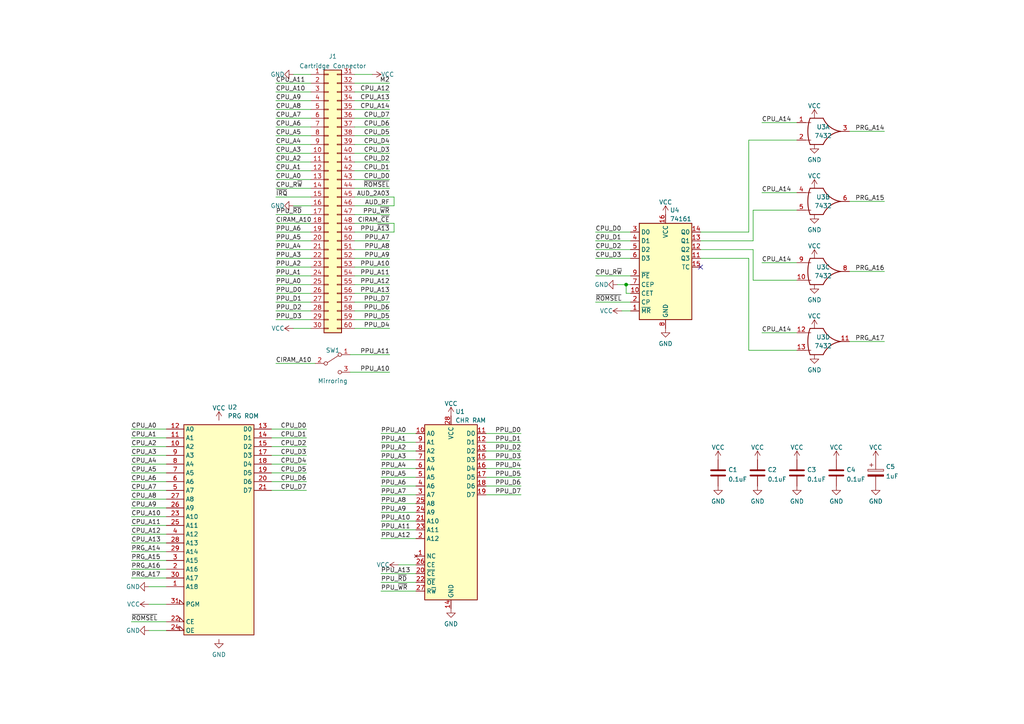
<source format=kicad_sch>
(kicad_sch (version 20211123) (generator eeschema)
  (paper "A4")
  (title_block (title "UNROM/UOROM Board") (date "2022-05-10") (rev "0.0.2") (company "Persune") (comment 1 "Designed for FC"))
  (lib_symbols
    (symbol "Connector_Generic:Conn_02x30_Top_Bottom" (pin_names (offset 1.016) hide)
      (property "Reference" "J" (at 1.27 38.1 0))
      (property "Value" "Conn_02x30_Top_Bottom" (at 1.27 -40.64 0))
      (symbol "Conn_02x30_Top_Bottom_1_1"
        (rectangle (start -1.27 -37.973) (end 0 -38.227) (stroke (width 0.1524)))
        (rectangle (start -1.27 -35.433) (end 0 -35.687) (stroke (width 0.1524)))
        (rectangle (start -1.27 -32.893) (end 0 -33.147) (stroke (width 0.1524)))
        (rectangle (start -1.27 -30.353) (end 0 -30.607) (stroke (width 0.1524)))
        (rectangle (start -1.27 -27.813) (end 0 -28.067) (stroke (width 0.1524)))
        (rectangle (start -1.27 -25.273) (end 0 -25.527) (stroke (width 0.1524)))
        (rectangle (start -1.27 -22.733) (end 0 -22.987) (stroke (width 0.1524)))
        (rectangle (start -1.27 -20.193) (end 0 -20.447) (stroke (width 0.1524)))
        (rectangle (start -1.27 -17.653) (end 0 -17.907) (stroke (width 0.1524)))
        (rectangle (start -1.27 -15.113) (end 0 -15.367) (stroke (width 0.1524)))
        (rectangle (start -1.27 -12.573) (end 0 -12.827) (stroke (width 0.1524)))
        (rectangle (start -1.27 -10.033) (end 0 -10.287) (stroke (width 0.1524)))
        (rectangle (start -1.27 -7.493) (end 0 -7.747) (stroke (width 0.1524)))
        (rectangle (start -1.27 -4.953) (end 0 -5.207) (stroke (width 0.1524)))
        (rectangle (start -1.27 -2.413) (end 0 -2.667) (stroke (width 0.1524)))
        (rectangle (start -1.27 0.127) (end 0 -0.127) (stroke (width 0.1524)))
        (rectangle (start -1.27 2.667) (end 0 2.413) (stroke (width 0.1524)))
        (rectangle (start -1.27 5.207) (end 0 4.953) (stroke (width 0.1524)))
        (rectangle (start -1.27 7.747) (end 0 7.493) (stroke (width 0.1524)))
        (rectangle (start -1.27 10.287) (end 0 10.033) (stroke (width 0.1524)))
        (rectangle (start -1.27 12.827) (end 0 12.573) (stroke (width 0.1524)))
        (rectangle (start -1.27 15.367) (end 0 15.113) (stroke (width 0.1524)))
        (rectangle (start -1.27 17.907) (end 0 17.653) (stroke (width 0.1524)))
        (rectangle (start -1.27 20.447) (end 0 20.193) (stroke (width 0.1524)))
        (rectangle (start -1.27 22.987) (end 0 22.733) (stroke (width 0.1524)))
        (rectangle (start -1.27 25.527) (end 0 25.273) (stroke (width 0.1524)))
        (rectangle (start -1.27 28.067) (end 0 27.813) (stroke (width 0.1524)))
        (rectangle (start -1.27 30.607) (end 0 30.353) (stroke (width 0.1524)))
        (rectangle (start -1.27 33.147) (end 0 32.893) (stroke (width 0.1524)))
        (rectangle (start -1.27 35.687) (end 0 35.433) (stroke (width 0.1524)))
        (rectangle (start -1.27 36.83) (end 3.81 -39.37) (stroke (width 0.254)) (fill (type background)))
        (rectangle (start 3.81 -37.973) (end 2.54 -38.227) (stroke (width 0.1524)))
        (rectangle (start 3.81 -35.433) (end 2.54 -35.687) (stroke (width 0.1524)))
        (rectangle (start 3.81 -32.893) (end 2.54 -33.147) (stroke (width 0.1524)))
        (rectangle (start 3.81 -30.353) (end 2.54 -30.607) (stroke (width 0.1524)))
        (rectangle (start 3.81 -27.813) (end 2.54 -28.067) (stroke (width 0.1524)))
        (rectangle (start 3.81 -25.273) (end 2.54 -25.527) (stroke (width 0.1524)))
        (rectangle (start 3.81 -22.733) (end 2.54 -22.987) (stroke (width 0.1524)))
        (rectangle (start 3.81 -20.193) (end 2.54 -20.447) (stroke (width 0.1524)))
        (rectangle (start 3.81 -17.653) (end 2.54 -17.907) (stroke (width 0.1524)))
        (rectangle (start 3.81 -15.113) (end 2.54 -15.367) (stroke (width 0.1524)))
        (rectangle (start 3.81 -12.573) (end 2.54 -12.827) (stroke (width 0.1524)))
        (rectangle (start 3.81 -10.033) (end 2.54 -10.287) (stroke (width 0.1524)))
        (rectangle (start 3.81 -7.493) (end 2.54 -7.747) (stroke (width 0.1524)))
        (rectangle (start 3.81 -4.953) (end 2.54 -5.207) (stroke (width 0.1524)))
        (rectangle (start 3.81 -2.413) (end 2.54 -2.667) (stroke (width 0.1524)))
        (rectangle (start 3.81 0.127) (end 2.54 -0.127) (stroke (width 0.1524)))
        (rectangle (start 3.81 2.667) (end 2.54 2.413) (stroke (width 0.1524)))
        (rectangle (start 3.81 5.207) (end 2.54 4.953) (stroke (width 0.1524)))
        (rectangle (start 3.81 7.747) (end 2.54 7.493) (stroke (width 0.1524)))
        (rectangle (start 3.81 10.287) (end 2.54 10.033) (stroke (width 0.1524)))
        (rectangle (start 3.81 12.827) (end 2.54 12.573) (stroke (width 0.1524)))
        (rectangle (start 3.81 15.367) (end 2.54 15.113) (stroke (width 0.1524)))
        (rectangle (start 3.81 17.907) (end 2.54 17.653) (stroke (width 0.1524)))
        (rectangle (start 3.81 20.447) (end 2.54 20.193) (stroke (width 0.1524)))
        (rectangle (start 3.81 22.987) (end 2.54 22.733) (stroke (width 0.1524)))
        (rectangle (start 3.81 25.527) (end 2.54 25.273) (stroke (width 0.1524)))
        (rectangle (start 3.81 28.067) (end 2.54 27.813) (stroke (width 0.1524)))
        (rectangle (start 3.81 30.607) (end 2.54 30.353) (stroke (width 0.1524)))
        (rectangle (start 3.81 33.147) (end 2.54 32.893) (stroke (width 0.1524)))
        (rectangle (start 3.81 35.687) (end 2.54 35.433) (stroke (width 0.1524)))
        (pin passive line (at -5.08 35.56 0) (length 3.81) (name "Pin_1") (number "1"))
        (pin passive line (at -5.08 12.7 0) (length 3.81) (name "Pin_10") (number "10"))
        (pin passive line (at -5.08 10.16 0) (length 3.81) (name "Pin_11") (number "11"))
        (pin passive line (at -5.08 7.62 0) (length 3.81) (name "Pin_12") (number "12"))
        (pin passive line (at -5.08 5.08 0) (length 3.81) (name "Pin_13") (number "13"))
        (pin passive line (at -5.08 2.54 0) (length 3.81) (name "Pin_14") (number "14"))
        (pin passive line (at -5.08 0 0) (length 3.81) (name "Pin_15") (number "15"))
        (pin passive line (at -5.08 -2.54 0) (length 3.81) (name "Pin_16") (number "16"))
        (pin passive line (at -5.08 -5.08 0) (length 3.81) (name "Pin_17") (number "17"))
        (pin passive line (at -5.08 -7.62 0) (length 3.81) (name "Pin_18") (number "18"))
        (pin passive line (at -5.08 -10.16 0) (length 3.81) (name "Pin_19") (number "19"))
        (pin passive line (at -5.08 33.02 0) (length 3.81) (name "Pin_2") (number "2"))
        (pin passive line (at -5.08 -12.7 0) (length 3.81) (name "Pin_20") (number "20"))
        (pin passive line (at -5.08 -15.24 0) (length 3.81) (name "Pin_21") (number "21"))
        (pin passive line (at -5.08 -17.78 0) (length 3.81) (name "Pin_22") (number "22"))
        (pin passive line (at -5.08 -20.32 0) (length 3.81) (name "Pin_23") (number "23"))
        (pin passive line (at -5.08 -22.86 0) (length 3.81) (name "Pin_24") (number "24"))
        (pin passive line (at -5.08 -25.4 0) (length 3.81) (name "Pin_25") (number "25"))
        (pin passive line (at -5.08 -27.94 0) (length 3.81) (name "Pin_26") (number "26"))
        (pin passive line (at -5.08 -30.48 0) (length 3.81) (name "Pin_27") (number "27"))
        (pin passive line (at -5.08 -33.02 0) (length 3.81) (name "Pin_28") (number "28"))
        (pin passive line (at -5.08 -35.56 0) (length 3.81) (name "Pin_29") (number "29"))
        (pin passive line (at -5.08 30.48 0) (length 3.81) (name "Pin_3") (number "3"))
        (pin passive line (at -5.08 -38.1 0) (length 3.81) (name "Pin_30") (number "30"))
        (pin passive line (at 7.62 35.56 180) (length 3.81) (name "Pin_31") (number "31"))
        (pin passive line (at 7.62 33.02 180) (length 3.81) (name "Pin_32") (number "32"))
        (pin passive line (at 7.62 30.48 180) (length 3.81) (name "Pin_33") (number "33"))
        (pin passive line (at 7.62 27.94 180) (length 3.81) (name "Pin_34") (number "34"))
        (pin passive line (at 7.62 25.4 180) (length 3.81) (name "Pin_35") (number "35"))
        (pin passive line (at 7.62 22.86 180) (length 3.81) (name "Pin_36") (number "36"))
        (pin passive line (at 7.62 20.32 180) (length 3.81) (name "Pin_37") (number "37"))
        (pin passive line (at 7.62 17.78 180) (length 3.81) (name "Pin_38") (number "38"))
        (pin passive line (at 7.62 15.24 180) (length 3.81) (name "Pin_39") (number "39"))
        (pin passive line (at -5.08 27.94 0) (length 3.81) (name "Pin_4") (number "4"))
        (pin passive line (at 7.62 12.7 180) (length 3.81) (name "Pin_40") (number "40"))
        (pin passive line (at 7.62 10.16 180) (length 3.81) (name "Pin_41") (number "41"))
        (pin passive line (at 7.62 7.62 180) (length 3.81) (name "Pin_42") (number "42"))
        (pin passive line (at 7.62 5.08 180) (length 3.81) (name "Pin_43") (number "43"))
        (pin passive line (at 7.62 2.54 180) (length 3.81) (name "Pin_44") (number "44"))
        (pin passive line (at 7.62 0 180) (length 3.81) (name "Pin_45") (number "45"))
        (pin passive line (at 7.62 -2.54 180) (length 3.81) (name "Pin_46") (number "46"))
        (pin passive line (at 7.62 -5.08 180) (length 3.81) (name "Pin_47") (number "47"))
        (pin passive line (at 7.62 -7.62 180) (length 3.81) (name "Pin_48") (number "48"))
        (pin passive line (at 7.62 -10.16 180) (length 3.81) (name "Pin_49") (number "49"))
        (pin passive line (at -5.08 25.4 0) (length 3.81) (name "Pin_5") (number "5"))
        (pin passive line (at 7.62 -12.7 180) (length 3.81) (name "Pin_50") (number "50"))
        (pin passive line (at 7.62 -15.24 180) (length 3.81) (name "Pin_51") (number "51"))
        (pin passive line (at 7.62 -17.78 180) (length 3.81) (name "Pin_52") (number "52"))
        (pin passive line (at 7.62 -20.32 180) (length 3.81) (name "Pin_53") (number "53"))
        (pin passive line (at 7.62 -22.86 180) (length 3.81) (name "Pin_54") (number "54"))
        (pin passive line (at 7.62 -25.4 180) (length 3.81) (name "Pin_55") (number "55"))
        (pin passive line (at 7.62 -27.94 180) (length 3.81) (name "Pin_56") (number "56"))
        (pin passive line (at 7.62 -30.48 180) (length 3.81) (name "Pin_57") (number "57"))
        (pin passive line (at 7.62 -33.02 180) (length 3.81) (name "Pin_58") (number "58"))
        (pin passive line (at 7.62 -35.56 180) (length 3.81) (name "Pin_59") (number "59"))
        (pin passive line (at -5.08 22.86 0) (length 3.81) (name "Pin_6") (number "6"))
        (pin passive line (at 7.62 -38.1 180) (length 3.81) (name "Pin_60") (number "60"))
        (pin passive line (at -5.08 20.32 0) (length 3.81) (name "Pin_7") (number "7"))
        (pin passive line (at -5.08 17.78 0) (length 3.81) (name "Pin_8") (number "8"))
        (pin passive line (at -5.08 15.24 0) (length 3.81) (name "Pin_9") (number "9"))
      )
    )
    (symbol "Device:C" (pin_numbers hide) (pin_names (offset 0.254))
      (property "Reference" "C" (at 0.635 2.54 0))
      (property "Value" "C" (at 0.635 -2.54 0))
      (symbol "C_0_1"
        (polyline (pts (xy -2.032 -0.762) (xy 2.032 -0.762)) (stroke (width 0.508)))
        (polyline (pts (xy -2.032 0.762) (xy 2.032 0.762)) (stroke (width 0.508)))
      )
      (symbol "C_1_1"
        (pin passive line (at 0 3.81 270) (length 2.794) (name "~") (number "1"))
        (pin passive line (at 0 -3.81 90) (length 2.794) (name "~") (number "2"))
      )
    )
    (symbol "Device:C_Polarized" (pin_numbers hide) (pin_names (offset 0.254))
      (property "Reference" "C" (at 0.635 2.54 0))
      (property "Value" "C_Polarized" (at 0.635 -2.54 0))
      (symbol "C_Polarized_0_1"
        (rectangle (start -2.286 0.508) (end 2.286 1.016))
        (polyline (pts (xy -1.778 2.286) (xy -0.762 2.286)))
        (polyline (pts (xy -1.27 2.794) (xy -1.27 1.778)))
        (rectangle (start 2.286 -0.508) (end -2.286 -1.016) (fill (type outline)))
      )
      (symbol "C_Polarized_1_1"
        (pin passive line (at 0 3.81 270) (length 2.794) (name "~") (number "1"))
        (pin passive line (at 0 -3.81 90) (length 2.794) (name "~") (number "2"))
      )
    )
    (symbol "Memory_Flash:SST39SF040"
      (property "Reference" "U" (at 2.54 33.02 0))
      (property "Value" "SST39SF040" (at 0 -30.48 0))
      (symbol "SST39SF040_0_0"
        (pin power_in line (at 0 -30.48 90) (length 1.27) hide (name "GND") (number "16"))
        (pin power_in line (at 0 33.02 270) (length 1.27) hide (name "VCC") (number "32"))
      )
      (symbol "SST39SF040_0_1"
        (rectangle (start -10.16 31.75) (end 10.16 -29.21) (stroke (width 0.254)) (fill (type background)))
      )
      (symbol "SST39SF040_1_1"
        (pin input line (at -15.24 -15.24 0) (length 5.08) (name "A18") (number "1"))
        (pin input line (at -15.24 25.4 0) (length 5.08) (name "A2") (number "10"))
        (pin input line (at -15.24 27.94 0) (length 5.08) (name "A1") (number "11"))
        (pin input line (at -15.24 30.48 0) (length 5.08) (name "A0") (number "12"))
        (pin tri_state line (at 15.24 30.48 180) (length 5.08) (name "D0") (number "13"))
        (pin tri_state line (at 15.24 27.94 180) (length 5.08) (name "D1") (number "14"))
        (pin tri_state line (at 15.24 25.4 180) (length 5.08) (name "D2") (number "15"))
        (pin tri_state line (at 15.24 22.86 180) (length 5.08) (name "D3") (number "17"))
        (pin tri_state line (at 15.24 20.32 180) (length 5.08) (name "D4") (number "18"))
        (pin tri_state line (at 15.24 17.78 180) (length 5.08) (name "D5") (number "19"))
        (pin input line (at -15.24 -10.16 0) (length 5.08) (name "A16") (number "2"))
        (pin tri_state line (at 15.24 15.24 180) (length 5.08) (name "D6") (number "20"))
        (pin tri_state line (at 15.24 12.7 180) (length 5.08) (name "D7") (number "21"))
        (pin input input_low (at -15.24 -25.4 0) (length 5.08) (name "CE") (number "22"))
        (pin input line (at -15.24 5.08 0) (length 5.08) (name "A10") (number "23"))
        (pin input input_low (at -15.24 -27.94 0) (length 5.08) (name "OE") (number "24"))
        (pin input line (at -15.24 2.54 0) (length 5.08) (name "A11") (number "25"))
        (pin input line (at -15.24 7.62 0) (length 5.08) (name "A9") (number "26"))
        (pin input line (at -15.24 10.16 0) (length 5.08) (name "A8") (number "27"))
        (pin input line (at -15.24 -2.54 0) (length 5.08) (name "A13") (number "28"))
        (pin input line (at -15.24 -5.08 0) (length 5.08) (name "A14") (number "29"))
        (pin input line (at -15.24 -7.62 0) (length 5.08) (name "A15") (number "3"))
        (pin input line (at -15.24 -12.7 0) (length 5.08) (name "A17") (number "30"))
        (pin input input_low (at -15.24 -20.32 0) (length 5.08) (name "PGM") (number "31"))
        (pin input line (at -15.24 0 0) (length 5.08) (name "A12") (number "4"))
        (pin input line (at -15.24 12.7 0) (length 5.08) (name "A7") (number "5"))
        (pin input line (at -15.24 15.24 0) (length 5.08) (name "A6") (number "6"))
        (pin input line (at -15.24 17.78 0) (length 5.08) (name "A5") (number "7"))
        (pin input line (at -15.24 20.32 0) (length 5.08) (name "A4") (number "8"))
        (pin input line (at -15.24 22.86 0) (length 5.08) (name "A3") (number "9"))
      )
    )
    (symbol "Switch:SW_SPDT" (pin_names (offset 0) hide)
      (property "Reference" "SW" (at 0 4.318 0))
      (property "Value" "SW_SPDT" (at 0 -5.08 0))
      (symbol "SW_SPDT_0_0"
        (circle (center -2.032 0) (radius 0.508))
        (circle (center 2.032 -2.54) (radius 0.508))
      )
      (symbol "SW_SPDT_0_1"
        (polyline (pts (xy -1.524 0.254) (xy 1.651 2.286)))
        (circle (center 2.032 2.54) (radius 0.508))
      )
      (symbol "SW_SPDT_1_1"
        (pin passive line (at 5.08 2.54 180) (length 2.54) (name "A") (number "1"))
        (pin passive line (at -5.08 0 0) (length 2.54) (name "B") (number "2"))
        (pin passive line (at 5.08 -2.54 180) (length 2.54) (name "C") (number "3"))
      )
    )
    (symbol "power:GND" (power) (pin_names (offset 0))
      (property "Value" "GND" (at 0 -3.81 0))
      (symbol "GND_0_1"
        (polyline (pts (xy 0 0) (xy 0 -1.27) (xy 1.27 -1.27) (xy 0 -2.54) (xy -1.27 -1.27) (xy 0 -1.27)))
      )
      (symbol "GND_1_1"
        (pin power_in line (at 0 0 270) (length 0) hide (name "GND") (number "1"))
      )
    )
    (symbol "power:VCC" (power) (pin_names (offset 0))
      (property "Value" "VCC" (at 0 3.81 0))
      (symbol "VCC_0_1"
        (polyline (pts (xy -0.762 1.27) (xy 0 2.54)))
        (polyline (pts (xy 0 0) (xy 0 2.54)))
        (polyline (pts (xy 0 2.54) (xy 0.762 1.27)))
      )
      (symbol "VCC_1_1"
        (pin power_in line (at 0 0 90) (length 0) hide (name "VCC") (number "1"))
      )
    )
    (symbol "unrom-board:6264"
      (property "Reference" "U" (at 1.27 29.21 0))
      (property "Value" "6264" (at 1.27 26.67 0))
      (symbol "6264_0_1"
        (rectangle (start -7.62 25.4) (end 7.62 -25.4) (stroke (width 0.254)) (fill (type background)))
      )
      (symbol "6264_1_1"
        (pin no_connect line (at -10.16 -12.7 0) (length 2.54) (name "NC") (number "1"))
        (pin input line (at -10.16 22.86 0) (length 2.54) (name "A0") (number "10"))
        (pin bidirectional line (at 10.16 22.86 180) (length 2.54) (name "D0") (number "11"))
        (pin bidirectional line (at 10.16 20.32 180) (length 2.54) (name "D1") (number "12"))
        (pin bidirectional line (at 10.16 17.78 180) (length 2.54) (name "D2") (number "13"))
        (pin power_in line (at 0 -27.94 90) (length 2.54) (name "GND") (number "14"))
        (pin bidirectional line (at 10.16 15.24 180) (length 2.54) (name "D3") (number "15"))
        (pin bidirectional line (at 10.16 12.7 180) (length 2.54) (name "D4") (number "16"))
        (pin bidirectional line (at 10.16 10.16 180) (length 2.54) (name "D5") (number "17"))
        (pin bidirectional line (at 10.16 7.62 180) (length 2.54) (name "D6") (number "18"))
        (pin bidirectional line (at 10.16 5.08 180) (length 2.54) (name "D7") (number "19"))
        (pin input line (at -10.16 -7.62 0) (length 2.54) (name "A12") (number "2"))
        (pin input line (at -10.16 -17.78 0) (length 2.54) (name "~{CE}") (number "20"))
        (pin input line (at -10.16 -2.54 0) (length 2.54) (name "A10") (number "21"))
        (pin output line (at -10.16 -20.32 0) (length 2.54) (name "~{OE}") (number "22"))
        (pin input line (at -10.16 -5.08 0) (length 2.54) (name "A11") (number "23"))
        (pin input line (at -10.16 0 0) (length 2.54) (name "A9") (number "24"))
        (pin input line (at -10.16 2.54 0) (length 2.54) (name "A8") (number "25"))
        (pin input line (at -10.16 -15.24 0) (length 2.54) (name "CE") (number "26"))
        (pin input line (at -10.16 -22.86 0) (length 2.54) (name "R~{W}") (number "27"))
        (pin power_in line (at 0 27.94 270) (length 2.54) (name "VCC") (number "28"))
        (pin input line (at -10.16 5.08 0) (length 2.54) (name "A7") (number "3"))
        (pin input line (at -10.16 7.62 0) (length 2.54) (name "A6") (number "4"))
        (pin input line (at -10.16 10.16 0) (length 2.54) (name "A5") (number "5"))
        (pin input line (at -10.16 12.7 0) (length 2.54) (name "A4") (number "6"))
        (pin input line (at -10.16 15.24 0) (length 2.54) (name "A3") (number "7"))
        (pin input line (at -10.16 17.78 0) (length 2.54) (name "A2") (number "8"))
        (pin input line (at -10.16 20.32 0) (length 2.54) (name "A1") (number "9"))
      )
    )
    (symbol "unrom-board:74161"
      (property "Reference" "U" (at 0 1.27 0))
      (property "Value" "74161" (at 0 -1.27 0))
      (symbol "74161_0_1"
        (rectangle (start -7.62 13.97) (end 7.62 -13.97) (stroke (width 0.254)) (fill (type background)))
      )
      (symbol "74161_1_1"
        (pin input line (at -10.16 -11.43 0) (length 2.54) (name "~{MR}") (number "1"))
        (pin input line (at -10.16 -6.35 0) (length 2.54) (name "CET") (number "10"))
        (pin output line (at 10.16 3.81 180) (length 2.54) (name "Q3") (number "11"))
        (pin output line (at 10.16 6.35 180) (length 2.54) (name "Q2") (number "12"))
        (pin output line (at 10.16 8.89 180) (length 2.54) (name "Q1") (number "13"))
        (pin output line (at 10.16 11.43 180) (length 2.54) (name "Q0") (number "14"))
        (pin output line (at 10.16 1.27 180) (length 2.54) (name "TC") (number "15"))
        (pin power_in line (at 0 16.51 270) (length 2.54) (name "VCC") (number "16"))
        (pin input line (at -10.16 -8.89 0) (length 2.54) (name "CP") (number "2"))
        (pin input line (at -10.16 11.43 0) (length 2.54) (name "D0") (number "3"))
        (pin input line (at -10.16 8.89 0) (length 2.54) (name "D1") (number "4"))
        (pin input line (at -10.16 6.35 0) (length 2.54) (name "D2") (number "5"))
        (pin input line (at -10.16 3.81 0) (length 2.54) (name "D3") (number "6"))
        (pin input line (at -10.16 -3.81 0) (length 2.54) (name "CEP") (number "7"))
        (pin power_in line (at 0 -16.51 90) (length 2.54) (name "GND") (number "8"))
        (pin input line (at -10.16 -1.27 0) (length 2.54) (name "~{PE}") (number "9"))
      )
    )
    (symbol "unrom-board:7432"
      (property "Reference" "U" (at 0 5.08 0))
      (property "Value" "7432" (at 0 -5.08 0))
      (symbol "7432_0_1"
        (arc (start -3.81 3.81) (mid -26.3994 0) (end -3.81 -3.81) (stroke (width 0.254)))
        (polyline (pts (xy -5.08 -2.54) (xy -3.556 -2.54)) (stroke (width 0.1524)))
        (polyline (pts (xy -5.08 2.54) (xy -3.556 2.54)) (stroke (width 0.1524)))
        (polyline (pts (xy -3.81 -3.81) (xy 0 -3.81)) (stroke (width 0.254)))
        (polyline (pts (xy 0 3.81) (xy -3.81 3.81)) (stroke (width 0.254)))
        (arc (start 0 3.81) (mid -4.6813 -7.7235) (end 5.08 0) (stroke (width 0.254)))
        (arc (start 5.08 0) (mid -4.6845 7.7277) (end 0 -3.81) (stroke (width 0.254)))
      )
      (symbol "7432_1_1"
        (pin input line (at -7.62 2.54 0) (length 2.54) (name "") (number "1"))
        (pin power_in line (at -2.54 3.81 270) (length 2.54) hide (name "VCC") (number "14"))
        (pin input line (at -7.62 -2.54 0) (length 2.54) (name "") (number "2"))
        (pin output line (at 7.62 0 180) (length 2.54) (name "") (number "3"))
        (pin power_in line (at -2.54 -3.81 90) (length 2.54) hide (name "GND") (number "7"))
      )
      (symbol "7432_2_1"
        (pin power_in line (at -2.54 3.81 270) (length 2.54) hide (name "VCC") (number "14"))
        (pin input line (at -7.62 2.54 0) (length 2.54) (name "") (number "4"))
        (pin input line (at -7.62 -2.54 0) (length 2.54) (name "") (number "5"))
        (pin output line (at 7.62 0 180) (length 2.54) (name "") (number "6"))
        (pin power_in line (at -2.54 -3.81 90) (length 2.54) hide (name "GND") (number "7"))
      )
      (symbol "7432_3_1"
        (pin input line (at -7.62 -2.54 0) (length 2.54) (name "") (number "10"))
        (pin power_in line (at -2.54 3.81 270) (length 2.54) hide (name "VCC") (number "14"))
        (pin power_in line (at -2.54 -3.81 90) (length 2.54) hide (name "GND") (number "7"))
        (pin output line (at 7.62 0 180) (length 2.54) (name "") (number "8"))
        (pin input line (at -7.62 2.54 0) (length 2.54) (name "") (number "9"))
      )
      (symbol "7432_4_1"
        (pin output line (at 7.62 0 180) (length 2.54) (name "") (number "11"))
        (pin input line (at -7.62 2.54 0) (length 2.54) (name "") (number "12"))
        (pin input line (at -7.62 -2.54 0) (length 2.54) (name "") (number "13"))
        (pin power_in line (at -2.54 3.81 270) (length 2.54) hide (name "VCC") (number "14"))
        (pin power_in line (at -2.54 -3.81 90) (length 2.54) hide (name "GND") (number "7"))
      )
    )
  )
  (junction (at 181.61 82.55))
  (no_connect (at 203.2 77.47))
  (wire (pts (xy 102.87 24.13) (xy 113.03 24.13)))
  (wire (pts (xy 80.01 34.29) (xy 90.17 34.29)))
  (wire (pts (xy 110.49 151.13) (xy 120.65 151.13)))
  (wire (pts (xy 102.87 44.45) (xy 113.03 44.45)))
  (wire (pts (xy 38.1 137.16) (xy 48.26 137.16)))
  (wire (pts (xy 85.09 95.25) (xy 90.17 95.25)))
  (wire (pts (xy 246.38 38.1) (xy 256.54 38.1)))
  (wire (pts (xy 110.49 168.91) (xy 120.65 168.91)))
  (wire (pts (xy 179.07 82.55) (xy 181.61 82.55)))
  (wire (pts (xy 48.26 165.1) (xy 38.1 165.1)))
  (wire (pts (xy 246.38 78.74) (xy 256.54 78.74)))
  (wire (pts (xy 203.2 69.85) (xy 218.44 69.85)))
  (wire (pts (xy 217.17 74.93) (xy 217.17 101.6)))
  (wire (pts (xy 80.01 41.91) (xy 90.17 41.91)))
  (wire (pts (xy 102.87 80.01) (xy 113.03 80.01)))
  (wire (pts (xy 78.74 129.54) (xy 88.9 129.54)))
  (wire (pts (xy 80.01 36.83) (xy 90.17 36.83)))
  (wire (pts (xy 80.01 85.09) (xy 90.17 85.09)))
  (wire (pts (xy 80.01 26.67) (xy 90.17 26.67)))
  (wire (pts (xy 217.17 40.64) (xy 217.17 67.31)))
  (wire (pts (xy 80.01 46.99) (xy 90.17 46.99)))
  (wire (pts (xy 218.44 72.39) (xy 218.44 81.28)))
  (wire (pts (xy 78.74 127) (xy 88.9 127)))
  (wire (pts (xy 172.72 67.31) (xy 182.88 67.31)))
  (wire (pts (xy 80.01 29.21) (xy 90.17 29.21)))
  (wire (pts (xy 172.72 74.93) (xy 182.88 74.93)))
  (wire (pts (xy 102.87 69.85) (xy 113.03 69.85)))
  (wire (pts (xy 38.1 129.54) (xy 48.26 129.54)))
  (wire (pts (xy 80.01 64.77) (xy 90.17 64.77)))
  (wire (pts (xy 102.87 52.07) (xy 113.03 52.07)))
  (wire (pts (xy 80.01 92.71) (xy 90.17 92.71)))
  (wire (pts (xy 218.44 81.28) (xy 231.14 81.28)))
  (wire (pts (xy 38.1 124.46) (xy 48.26 124.46)))
  (wire (pts (xy 102.87 74.93) (xy 113.03 74.93)))
  (wire (pts (xy 38.1 139.7) (xy 48.26 139.7)))
  (wire (pts (xy 172.72 72.39) (xy 182.88 72.39)))
  (wire (pts (xy 102.87 77.47) (xy 113.03 77.47)))
  (wire (pts (xy 102.87 41.91) (xy 113.03 41.91)))
  (wire (pts (xy 203.2 72.39) (xy 218.44 72.39)))
  (wire (pts (xy 140.97 125.73) (xy 151.13 125.73)))
  (wire (pts (xy 102.87 72.39) (xy 113.03 72.39)))
  (wire (pts (xy 78.74 124.46) (xy 88.9 124.46)))
  (wire (pts (xy 110.49 128.27) (xy 120.65 128.27)))
  (wire (pts (xy 38.1 149.86) (xy 48.26 149.86)))
  (wire (pts (xy 182.88 85.09) (xy 181.61 85.09)))
  (wire (pts (xy 110.49 135.89) (xy 120.65 135.89)))
  (wire (pts (xy 217.17 40.64) (xy 231.14 40.64)))
  (wire (pts (xy 102.87 26.67) (xy 113.03 26.67)))
  (wire (pts (xy 182.88 87.63) (xy 172.72 87.63)))
  (wire (pts (xy 246.38 58.42) (xy 256.54 58.42)))
  (wire (pts (xy 80.01 80.01) (xy 90.17 80.01)))
  (wire (pts (xy 78.74 142.24) (xy 88.9 142.24)))
  (wire (pts (xy 102.87 57.15) (xy 114.3 57.15)))
  (wire (pts (xy 110.49 138.43) (xy 120.65 138.43)))
  (wire (pts (xy 78.74 137.16) (xy 88.9 137.16)))
  (wire (pts (xy 80.01 24.13) (xy 90.17 24.13)))
  (wire (pts (xy 80.01 82.55) (xy 90.17 82.55)))
  (wire (pts (xy 140.97 135.89) (xy 151.13 135.89)))
  (wire (pts (xy 101.6 102.87) (xy 113.03 102.87)))
  (wire (pts (xy 38.1 127) (xy 48.26 127)))
  (wire (pts (xy 140.97 130.81) (xy 151.13 130.81)))
  (wire (pts (xy 110.49 171.45) (xy 120.65 171.45)))
  (wire (pts (xy 203.2 67.31) (xy 217.17 67.31)))
  (wire (pts (xy 38.1 157.48) (xy 48.26 157.48)))
  (wire (pts (xy 80.01 72.39) (xy 90.17 72.39)))
  (wire (pts (xy 140.97 128.27) (xy 151.13 128.27)))
  (wire (pts (xy 140.97 133.35) (xy 151.13 133.35)))
  (wire (pts (xy 102.87 34.29) (xy 113.03 34.29)))
  (wire (pts (xy 110.49 166.37) (xy 120.65 166.37)))
  (wire (pts (xy 102.87 39.37) (xy 113.03 39.37)))
  (wire (pts (xy 38.1 134.62) (xy 48.26 134.62)))
  (wire (pts (xy 217.17 101.6) (xy 231.14 101.6)))
  (wire (pts (xy 85.09 21.59) (xy 90.17 21.59)))
  (wire (pts (xy 220.98 55.88) (xy 231.14 55.88)))
  (wire (pts (xy 80.01 87.63) (xy 90.17 87.63)))
  (wire (pts (xy 220.98 76.2) (xy 231.14 76.2)))
  (wire (pts (xy 102.87 92.71) (xy 113.03 92.71)))
  (wire (pts (xy 43.18 182.88) (xy 48.26 182.88)))
  (wire (pts (xy 85.09 59.69) (xy 90.17 59.69)))
  (wire (pts (xy 140.97 140.97) (xy 151.13 140.97)))
  (wire (pts (xy 102.87 85.09) (xy 113.03 85.09)))
  (wire (pts (xy 38.1 142.24) (xy 48.26 142.24)))
  (wire (pts (xy 110.49 133.35) (xy 120.65 133.35)))
  (wire (pts (xy 80.01 74.93) (xy 90.17 74.93)))
  (wire (pts (xy 43.18 170.18) (xy 48.26 170.18)))
  (wire (pts (xy 102.87 54.61) (xy 113.03 54.61)))
  (wire (pts (xy 114.3 57.15) (xy 114.3 59.69)))
  (wire (pts (xy 38.1 154.94) (xy 48.26 154.94)))
  (wire (pts (xy 80.01 62.23) (xy 90.17 62.23)))
  (wire (pts (xy 48.26 160.02) (xy 38.1 160.02)))
  (wire (pts (xy 80.01 39.37) (xy 90.17 39.37)))
  (wire (pts (xy 38.1 144.78) (xy 48.26 144.78)))
  (wire (pts (xy 102.87 64.77) (xy 114.3 64.77)))
  (wire (pts (xy 102.87 31.75) (xy 113.03 31.75)))
  (wire (pts (xy 110.49 153.67) (xy 120.65 153.67)))
  (wire (pts (xy 80.01 69.85) (xy 90.17 69.85)))
  (wire (pts (xy 110.49 130.81) (xy 120.65 130.81)))
  (wire (pts (xy 102.87 49.53) (xy 113.03 49.53)))
  (wire (pts (xy 172.72 69.85) (xy 182.88 69.85)))
  (wire (pts (xy 38.1 180.34) (xy 48.26 180.34)))
  (wire (pts (xy 246.38 99.06) (xy 256.54 99.06)))
  (wire (pts (xy 102.87 36.83) (xy 113.03 36.83)))
  (wire (pts (xy 48.26 162.56) (xy 38.1 162.56)))
  (wire (pts (xy 80.01 77.47) (xy 90.17 77.47)))
  (wire (pts (xy 110.49 125.73) (xy 120.65 125.73)))
  (wire (pts (xy 101.6 107.95) (xy 113.03 107.95)))
  (wire (pts (xy 80.01 67.31) (xy 90.17 67.31)))
  (wire (pts (xy 218.44 60.96) (xy 231.14 60.96)))
  (wire (pts (xy 102.87 59.69) (xy 114.3 59.69)))
  (wire (pts (xy 102.87 29.21) (xy 113.03 29.21)))
  (wire (pts (xy 38.1 152.4) (xy 48.26 152.4)))
  (wire (pts (xy 38.1 147.32) (xy 48.26 147.32)))
  (wire (pts (xy 182.88 82.55) (xy 181.61 82.55)))
  (wire (pts (xy 102.87 87.63) (xy 113.03 87.63)))
  (wire (pts (xy 102.87 95.25) (xy 113.03 95.25)))
  (wire (pts (xy 38.1 167.64) (xy 48.26 167.64)))
  (wire (pts (xy 110.49 140.97) (xy 120.65 140.97)))
  (wire (pts (xy 78.74 134.62) (xy 88.9 134.62)))
  (wire (pts (xy 220.98 96.52) (xy 231.14 96.52)))
  (wire (pts (xy 80.01 52.07) (xy 90.17 52.07)))
  (wire (pts (xy 114.3 64.77) (xy 114.3 67.31)))
  (wire (pts (xy 102.87 21.59) (xy 107.95 21.59)))
  (wire (pts (xy 80.01 31.75) (xy 90.17 31.75)))
  (wire (pts (xy 80.01 49.53) (xy 90.17 49.53)))
  (wire (pts (xy 218.44 69.85) (xy 218.44 60.96)))
  (wire (pts (xy 78.74 139.7) (xy 88.9 139.7)))
  (wire (pts (xy 140.97 143.51) (xy 151.13 143.51)))
  (wire (pts (xy 102.87 62.23) (xy 113.03 62.23)))
  (wire (pts (xy 115.57 163.83) (xy 120.65 163.83)))
  (wire (pts (xy 182.88 80.01) (xy 172.72 80.01)))
  (wire (pts (xy 110.49 148.59) (xy 120.65 148.59)))
  (wire (pts (xy 102.87 90.17) (xy 113.03 90.17)))
  (wire (pts (xy 80.01 90.17) (xy 90.17 90.17)))
  (wire (pts (xy 220.98 35.56) (xy 231.14 35.56)))
  (wire (pts (xy 78.74 132.08) (xy 88.9 132.08)))
  (wire (pts (xy 180.34 90.17) (xy 182.88 90.17)))
  (wire (pts (xy 140.97 138.43) (xy 151.13 138.43)))
  (wire (pts (xy 110.49 156.21) (xy 120.65 156.21)))
  (wire (pts (xy 102.87 67.31) (xy 114.3 67.31)))
  (wire (pts (xy 102.87 46.99) (xy 113.03 46.99)))
  (wire (pts (xy 80.01 54.61) (xy 90.17 54.61)))
  (wire (pts (xy 80.01 44.45) (xy 90.17 44.45)))
  (wire (pts (xy 102.87 82.55) (xy 113.03 82.55)))
  (wire (pts (xy 203.2 74.93) (xy 217.17 74.93)))
  (wire (pts (xy 80.01 57.15) (xy 90.17 57.15)))
  (wire (pts (xy 38.1 132.08) (xy 48.26 132.08)))
  (wire (pts (xy 181.61 82.55) (xy 181.61 85.09)))
  (wire (pts (xy 43.18 175.26) (xy 48.26 175.26)))
  (wire (pts (xy 110.49 146.05) (xy 120.65 146.05)))
  (wire (pts (xy 110.49 143.51) (xy 120.65 143.51)))
  (wire (pts (xy 80.01 105.41) (xy 91.44 105.41)))
  (label "CPU_D4" (at 88.9 134.62 180))
  (label "CPU_A8" (at 38.1 144.78 0))
  (label "CPU_D5" (at 88.9 137.16 180))
  (label "PPU_A7" (at 113.03 69.85 180))
  (label "CPU_D0" (at 113.03 52.07 180))
  (label "CIRAM_A10" (at 80.01 105.41 0))
  (label "CPU_D3" (at 88.9 132.08 180))
  (label "CPU_D0" (at 172.72 67.31 0))
  (label "CPU_R~{W}" (at 80.01 54.61 0))
  (label "PPU_A10" (at 110.49 151.13 0))
  (label "PPU_D3" (at 80.01 92.71 0))
  (label "CPU_A3" (at 80.01 44.45 0))
  (label "CPU_R~{W}" (at 172.72 80.01 0))
  (label "PPU_D2" (at 151.13 130.81 180))
  (label "PPU_A12" (at 113.03 82.55 180))
  (label "CPU_D3" (at 113.03 44.45 180))
  (label "CPU_A6" (at 38.1 139.7 0))
  (label "CPU_A5" (at 80.01 39.37 0))
  (label "CIRAM_~{CE}" (at 113.03 64.77 180))
  (label "PPU_D2" (at 80.01 90.17 0))
  (label "CPU_A5" (at 38.1 137.16 0))
  (label "CPU_A1" (at 80.01 49.53 0))
  (label "PPU_A3" (at 80.01 74.93 0))
  (label "~{IRQ}" (at 80.01 57.15 0))
  (label "CPU_A10" (at 80.01 26.67 0))
  (label "PPU_D6" (at 151.13 140.97 180))
  (label "CPU_A10" (at 38.1 149.86 0))
  (label "CPU_A2" (at 80.01 46.99 0))
  (label "CPU_A0" (at 38.1 124.46 0))
  (label "PRG_A14" (at 256.54 38.1 180))
  (label "PPU_A8" (at 113.03 72.39 180))
  (label "CPU_A3" (at 38.1 132.08 0))
  (label "CPU_A6" (at 80.01 36.83 0))
  (label "PPU_A4" (at 80.01 72.39 0))
  (label "PPU_A11" (at 110.49 153.67 0))
  (label "CPU_A14" (at 220.98 76.2 0))
  (label "PPU_A5" (at 80.01 69.85 0))
  (label "CPU_D6" (at 113.03 36.83 180))
  (label "CPU_A12" (at 113.03 26.67 180))
  (label "PPU_A2" (at 80.01 77.47 0))
  (label "PPU_A3" (at 110.49 133.35 0))
  (label "CPU_D2" (at 172.72 72.39 0))
  (label "PPU_~{WR}" (at 110.49 171.45 0))
  (label "PPU_D3" (at 151.13 133.35 180))
  (label "CPU_D4" (at 113.03 41.91 180))
  (label "PPU_A9" (at 110.49 148.59 0))
  (label "~{ROMSEL}" (at 113.03 54.61 180))
  (label "PPU_D1" (at 151.13 128.27 180))
  (label "PPU_D6" (at 113.03 90.17 180))
  (label "CPU_A13" (at 38.1 157.48 0))
  (label "PPU_A1" (at 80.01 80.01 0))
  (label "CPU_A12" (at 38.1 154.94 0))
  (label "PPU_A11" (at 113.03 102.87 180))
  (label "PRG_A15" (at 256.54 58.42 180))
  (label "CPU_A9" (at 38.1 147.32 0))
  (label "CPU_D7" (at 88.9 142.24 180))
  (label "PPU_D5" (at 151.13 138.43 180))
  (label "CPU_A2" (at 38.1 129.54 0))
  (label "PPU_A13" (at 110.49 166.37 0))
  (label "PPU_A5" (at 110.49 138.43 0))
  (label "~{ROMSEL}" (at 38.1 180.34 0))
  (label "PPU_D4" (at 113.03 95.25 180))
  (label "PPU_A12" (at 110.49 156.21 0))
  (label "PPU_D0" (at 80.01 85.09 0))
  (label "PPU_A10" (at 113.03 77.47 180))
  (label "PPU_A0" (at 80.01 82.55 0))
  (label "CPU_D5" (at 113.03 39.37 180))
  (label "CIRAM_A10" (at 80.01 64.77 0))
  (label "CPU_A11" (at 38.1 152.4 0))
  (label "CPU_D1" (at 172.72 69.85 0))
  (label "PPU_A11" (at 113.03 80.01 180))
  (label "CPU_A14" (at 113.03 31.75 180))
  (label "PPU_D5" (at 113.03 92.71 180))
  (label "CPU_A14" (at 220.98 35.56 0))
  (label "PRG_A17" (at 256.54 99.06 180))
  (label "~{ROMSEL}" (at 172.72 87.63 0))
  (label "AUD_RF" (at 113.03 59.69 180))
  (label "PPU_A9" (at 113.03 74.93 180))
  (label "CPU_D3" (at 172.72 74.93 0))
  (label "CPU_A8" (at 80.01 31.75 0))
  (label "PPU_D7" (at 151.13 143.51 180))
  (label "PPU_~{A13}" (at 113.03 67.31 180))
  (label "CPU_D0" (at 88.9 124.46 180))
  (label "PPU_D1" (at 80.01 87.63 0))
  (label "CPU_D2" (at 113.03 46.99 180))
  (label "CPU_D7" (at 113.03 34.29 180))
  (label "PRG_A17" (at 38.1 167.64 0))
  (label "PPU_A8" (at 110.49 146.05 0))
  (label "CPU_A0" (at 80.01 52.07 0))
  (label "PPU_~{WR}" (at 113.03 62.23 180))
  (label "PPU_A7" (at 110.49 143.51 0))
  (label "CPU_A9" (at 80.01 29.21 0))
  (label "CPU_D1" (at 88.9 127 180))
  (label "CPU_A13" (at 113.03 29.21 180))
  (label "PPU_A10" (at 113.03 107.95 180))
  (label "CPU_A14" (at 220.98 55.88 0))
  (label "PPU_A1" (at 110.49 128.27 0))
  (label "PPU_~{RD}" (at 110.49 168.91 0))
  (label "CPU_A7" (at 38.1 142.24 0))
  (label "CPU_A7" (at 80.01 34.29 0))
  (label "PPU_D7" (at 113.03 87.63 180))
  (label "PRG_A16" (at 38.1 165.1 0))
  (label "PRG_A15" (at 38.1 162.56 0))
  (label "CPU_A4" (at 80.01 41.91 0))
  (label "CPU_A14" (at 220.98 96.52 0))
  (label "M2" (at 113.03 24.13 180))
  (label "PPU_D0" (at 151.13 125.73 180))
  (label "PRG_A16" (at 256.54 78.74 180))
  (label "CPU_A4" (at 38.1 134.62 0))
  (label "PPU_D4" (at 151.13 135.89 180))
  (label "PRG_A14" (at 38.1 160.02 0))
  (label "CPU_D2" (at 88.9 129.54 180))
  (label "PPU_A6" (at 110.49 140.97 0))
  (label "AUD_2A03" (at 113.03 57.15 180))
  (label "PPU_A4" (at 110.49 135.89 0))
  (label "CPU_A1" (at 38.1 127 0))
  (label "PPU_A13" (at 113.03 85.09 180))
  (label "CPU_A11" (at 80.01 24.13 0))
  (label "PPU_A6" (at 80.01 67.31 0))
  (label "CPU_D6" (at 88.9 139.7 180))
  (label "PPU_~{RD}" (at 80.01 62.23 0))
  (label "PPU_A2" (at 110.49 130.81 0))
  (label "CPU_D1" (at 113.03 49.53 180))
  (label "PPU_A0" (at 110.49 125.73 0))
  (symbol (lib_id "power:VCC") (at 231.14 133.35 0) (unit 1)
    (property "Reference" "#PWR0117" (effects hide))
    (property "Value" "VCC" (at 231.14 129.7742 0))
  )
  (symbol (lib_id "power:GND") (at 130.81 176.53 0) (unit 1)
    (property "Reference" "#PWR0129" (effects hide))
    (property "Value" "GND" (at 130.81 180.9734 0))
  )
  (symbol (lib_id "power:VCC") (at 236.22 34.29 0) (unit 1)
    (property "Reference" "#PWR0134" (effects hide))
    (property "Value" "VCC" (at 236.22 30.7142 0))
  )
  (symbol (lib_id "Switch:SW_SPDT") (at 96.52 105.41 0) (unit 1)
    (property "Reference" "SW1" (at 96.52 101.6 0))
    (property "Value" "Mirroring" (at 96.52 110.49 0))
    (property "Footprint" "common_footprints:JS102011SCQN" (effects hide))
  )
  (symbol (lib_id "Device:C") (at 219.71 137.16 0) (unit 1)
    (property "Reference" "C2" (at 222.631 136.2515 0) (effects (justify left)))
    (property "Value" "0.1uF" (at 222.631 139.0266 0) (effects (justify left)))
    (property "Footprint" "common_footprints:C_Disc-0805_D3.0mm_W1.6mm_P2.50mm" (effects hide))
  )
  (symbol (lib_id "power:GND") (at 208.28 140.97 0) (unit 1)
    (property "Reference" "#PWR0122" (effects hide))
    (property "Value" "GND" (at 208.28 145.4134 0))
  )
  (symbol (lib_id "power:VCC") (at 236.22 74.93 0) (unit 1)
    (property "Reference" "#PWR0130" (effects hide))
    (property "Value" "VCC" (at 236.22 71.3542 0))
  )
  (symbol (lib_id "power:VCC") (at 43.18 175.26 90) (unit 1)
    (property "Reference" "#PWR0106" (effects hide))
    (property "Value" "VCC" (at 40.64 175.26 90) (effects (justify left)))
  )
  (symbol (lib_id "power:VCC") (at 236.22 95.25 0) (unit 1)
    (property "Reference" "#PWR0136" (effects hide))
    (property "Value" "VCC" (at 236.22 91.6742 0))
  )
  (symbol (lib_id "power:GND") (at 231.14 140.97 0) (unit 1)
    (property "Reference" "#PWR0118" (effects hide))
    (property "Value" "GND" (at 231.14 145.4134 0))
  )
  (symbol (lib_id "Device:C_Polarized") (at 254 137.16 0) (unit 1)
    (property "Reference" "C5" (at 256.921 135.3625 0) (effects (justify left)))
    (property "Value" "1uF" (at 256.921 138.1376 0) (effects (justify left)))
    (property "Footprint" "Capacitor_THT:CP_Radial_D4.0mm_P2.00mm" (effects hide))
  )
  (symbol (lib_id "Device:C") (at 242.57 137.16 0) (unit 1)
    (property "Reference" "C4" (at 245.491 136.2515 0) (effects (justify left)))
    (property "Value" "0.1uF" (at 245.491 139.0266 0) (effects (justify left)))
    (property "Footprint" "common_footprints:C_Disc-0805_D3.0mm_W1.6mm_P2.50mm" (effects hide))
  )
  (symbol (lib_id "power:VCC") (at 63.5 121.92 0) (unit 1)
    (property "Reference" "#PWR0102" (effects hide))
    (property "Value" "VCC" (at 63.5 118.3442 0))
  )
  (symbol (lib_id "unrom-board:7432") (at 238.76 58.42 0) (unit 2)
    (property "Reference" "U3" (at 238.76 57.15 0))
    (property "Value" "7432" (at 238.76 59.69 0))
    (property "Footprint" "Package_DIP:DIP-14_W7.62mm" (effects hide))
  )
  (symbol (lib_id "power:GND") (at 236.22 82.55 0) (unit 1)
    (property "Reference" "#PWR0138" (effects hide))
    (property "Value" "GND" (at 236.22 86.9934 0))
  )
  (symbol (lib_id "power:VCC") (at 242.57 133.35 0) (unit 1)
    (property "Reference" "#PWR0116" (effects hide))
    (property "Value" "VCC" (at 242.57 129.7742 0))
  )
  (symbol (lib_id "unrom-board:7432") (at 238.76 78.74 0) (unit 3)
    (property "Reference" "U3" (at 238.76 77.47 0))
    (property "Value" "7432" (at 238.76 80.01 0))
    (property "Footprint" "Package_DIP:DIP-14_W7.62mm" (effects hide))
  )
  (symbol (lib_id "unrom-board:6264") (at 130.81 148.59 0) (unit 1)
    (property "Reference" "U1" (at 132.08 119.38 0) (effects (justify left)))
    (property "Value" "CHR RAM" (at 132.08 121.92 0) (effects (justify left)))
    (property "Footprint" "Package_DIP:DIP-28_W15.24mm_Socket" (effects hide))
  )
  (symbol (lib_id "power:GND") (at 236.22 41.91 0) (unit 1)
    (property "Reference" "#PWR0135" (effects hide))
    (property "Value" "GND" (at 236.22 46.3534 0))
  )
  (symbol (lib_id "power:VCC") (at 180.34 90.17 90) (unit 1)
    (property "Reference" "#PWR0113" (effects hide))
    (property "Value" "VCC" (at 177.8 90.17 90) (effects (justify left)))
  )
  (symbol (lib_id "power:VCC") (at 236.22 54.61 0) (unit 1)
    (property "Reference" "#PWR0133" (effects hide))
    (property "Value" "VCC" (at 236.22 51.0342 0))
  )
  (symbol (lib_id "unrom-board:7432") (at 238.76 38.1 0) (unit 1)
    (property "Reference" "U3" (at 238.76 36.83 0))
    (property "Value" "7432" (at 238.76 39.37 0))
    (property "Footprint" "Package_DIP:DIP-14_W7.62mm" (effects hide))
  )
  (symbol (lib_id "power:GND") (at 179.07 82.55 270) (unit 1)
    (property "Reference" "#PWR0112" (effects hide))
    (property "Value" "GND" (at 176.53 82.55 90) (effects (justify right)))
  )
  (symbol (lib_id "power:GND") (at 193.04 95.25 0) (unit 1)
    (property "Reference" "#PWR0114" (effects hide))
    (property "Value" "GND" (at 193.04 99.6934 0))
  )
  (symbol (lib_id "power:VCC") (at 107.95 21.59 270) (unit 1)
    (property "Reference" "#PWR0103" (effects hide))
    (property "Value" "VCC" (at 110.49 21.59 90) (effects (justify left)))
  )
  (symbol (lib_id "Connector_Generic:Conn_02x30_Top_Bottom") (at 95.25 57.15 0) (unit 1)
    (property "Reference" "J1" (at 96.52 16.3535 0))
    (property "Value" "Cartridge Connector" (at 96.52 19.1286 0))
    (property "Footprint" "common_footprints:HVC-TGROM-01" (effects hide))
  )
  (symbol (lib_id "power:GND") (at 242.57 140.97 0) (unit 1)
    (property "Reference" "#PWR0119" (effects hide))
    (property "Value" "GND" (at 242.57 145.4134 0))
  )
  (symbol (lib_id "power:VCC") (at 85.09 95.25 90) (unit 1)
    (property "Reference" "#PWR0110" (effects hide))
    (property "Value" "VCC" (at 82.55 95.25 90) (effects (justify left)))
  )
  (symbol (lib_id "power:GND") (at 43.18 182.88 270) (unit 1)
    (property "Reference" "#PWR0105" (effects hide))
    (property "Value" "GND" (at 40.64 182.88 90) (effects (justify right)))
  )
  (symbol (lib_id "Device:C") (at 208.28 137.16 0) (unit 1)
    (property "Reference" "C1" (at 211.201 136.2515 0) (effects (justify left)))
    (property "Value" "0.1uF" (at 211.201 139.0266 0) (effects (justify left)))
    (property "Footprint" "common_footprints:C_Disc-0805_D3.0mm_W1.6mm_P2.50mm" (effects hide))
  )
  (symbol (lib_id "power:VCC") (at 208.28 133.35 0) (unit 1)
    (property "Reference" "#PWR0121" (effects hide))
    (property "Value" "VCC" (at 208.28 129.7742 0))
  )
  (symbol (lib_id "power:GND") (at 254 140.97 0) (unit 1)
    (property "Reference" "#PWR0126" (effects hide))
    (property "Value" "GND" (at 254 145.4134 0))
  )
  (symbol (lib_id "power:VCC") (at 219.71 133.35 0) (unit 1)
    (property "Reference" "#PWR0120" (effects hide))
    (property "Value" "VCC" (at 219.71 129.7742 0))
  )
  (symbol (lib_id "power:VCC") (at 193.04 62.23 0) (unit 1)
    (property "Reference" "#PWR0111" (effects hide))
    (property "Value" "VCC" (at 193.04 58.6542 0))
  )
  (symbol (lib_id "power:GND") (at 219.71 140.97 0) (unit 1)
    (property "Reference" "#PWR0123" (effects hide))
    (property "Value" "GND" (at 219.71 145.4134 0))
  )
  (symbol (lib_id "unrom-board:74161") (at 193.04 78.74 0) (unit 1)
    (property "Reference" "U4" (at 194.31 60.96 0) (effects (justify left)))
    (property "Value" "74161" (at 194.31 63.5 0) (effects (justify left)))
    (property "Footprint" "Package_DIP:DIP-16_W7.62mm" (effects hide))
  )
  (symbol (lib_id "unrom-board:7432") (at 238.76 99.06 0) (unit 4)
    (property "Reference" "U3" (at 238.76 97.79 0))
    (property "Value" "7432" (at 238.76 100.33 0))
    (property "Footprint" "Package_DIP:DIP-14_W7.62mm" (effects hide))
  )
  (symbol (lib_id "power:VCC") (at 254 133.35 0) (unit 1)
    (property "Reference" "#PWR0124" (effects hide))
    (property "Value" "VCC" (at 254 129.7742 0))
  )
  (symbol (lib_id "power:GND") (at 43.18 170.18 270) (unit 1)
    (property "Reference" "#PWR01" (effects hide))
    (property "Value" "GND" (at 40.64 170.18 90) (effects (justify right)))
  )
  (symbol (lib_id "power:VCC") (at 115.57 163.83 90) (unit 1)
    (property "Reference" "#PWR0128" (effects hide))
    (property "Value" "VCC" (at 113.03 163.83 90) (effects (justify left)))
  )
  (symbol (lib_id "power:GND") (at 85.09 59.69 270) (unit 1)
    (property "Reference" "#PWR0108" (effects hide))
    (property "Value" "GND" (at 82.55 59.69 90) (effects (justify right)))
  )
  (symbol (lib_id "Memory_Flash:SST39SF040") (at 63.5 154.94 0) (unit 1)
    (property "Reference" "U2" (at 66.04 118.11 0) (effects (justify left)))
    (property "Value" "PRG ROM" (at 66.04 120.65 0) (effects (justify left)))
    (property "Footprint" "Package_DIP:DIP-32_W15.24mm_Socket" (effects hide))
    (property "Datasheet" "http://ww1.microchip.com/downloads/en/DeviceDoc/25022B.pdf" (effects hide))
  )
  (symbol (lib_id "power:GND") (at 85.09 21.59 270) (unit 1)
    (property "Reference" "#PWR0109" (effects hide))
    (property "Value" "GND" (at 82.55 21.59 90) (effects (justify right)))
  )
  (symbol (lib_id "power:GND") (at 236.22 62.23 0) (unit 1)
    (property "Reference" "#PWR0131" (effects hide))
    (property "Value" "GND" (at 236.22 66.6734 0))
  )
  (symbol (lib_id "power:GND") (at 63.5 185.42 0) (unit 1)
    (property "Reference" "#PWR0107" (effects hide))
    (property "Value" "GND" (at 63.5 189.8634 0))
  )
  (symbol (lib_id "power:GND") (at 236.22 102.87 0) (unit 1)
    (property "Reference" "#PWR0137" (effects hide))
    (property "Value" "GND" (at 236.22 107.3134 0))
  )
  (symbol (lib_id "Device:C") (at 231.14 137.16 0) (unit 1)
    (property "Reference" "C3" (at 234.061 136.2515 0) (effects (justify left)))
    (property "Value" "0.1uF" (at 234.061 139.0266 0) (effects (justify left)))
    (property "Footprint" "common_footprints:C_Disc-0805_D3.0mm_W1.6mm_P2.50mm" (effects hide))
  )
  (symbol (lib_id "power:VCC") (at 130.81 120.65 0) (unit 1)
    (property "Reference" "#PWR0115" (effects hide))
    (property "Value" "VCC" (at 130.81 117.0742 0))
  )
)
</source>
